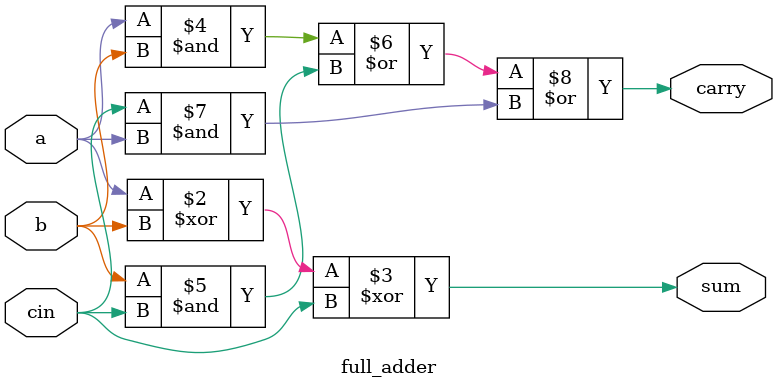
<source format=sv>
module full_adder(
      input a,b,cin,
      output reg sum,carry
);
  
  always@(a,b,cin,sum,carry)
    begin
        sum = a ^ b ^ cin;
      carry = (a & b) | (b & cin) | (cin & a);
    end
endmodule
</source>
